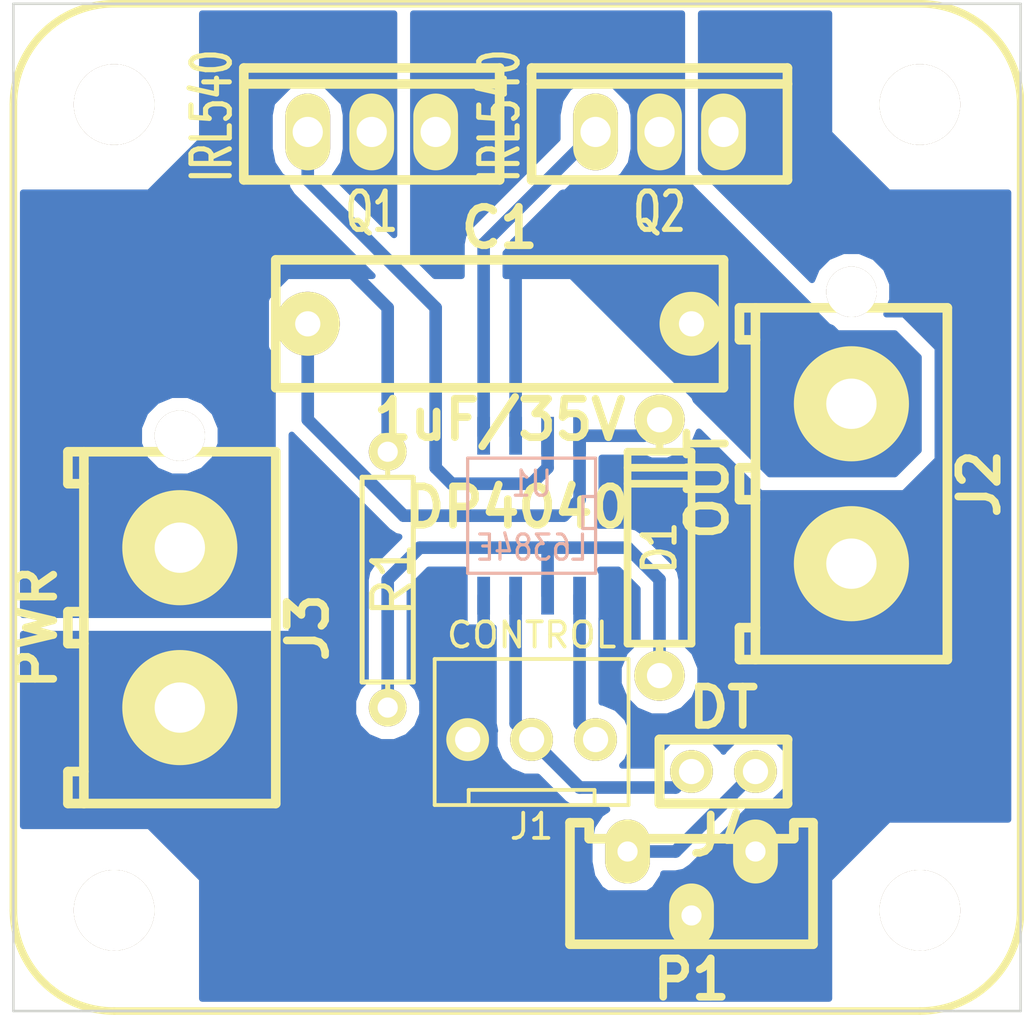
<source format=kicad_pcb>
(kicad_pcb (version 3) (host pcbnew "(2013-07-07 BZR 4022)-stable")

  (general
    (links 22)
    (no_connects 0)
    (area 174.596179 79.596179 215.403821 120.403821)
    (thickness 1.6)
    (drawings 4)
    (tracks 68)
    (zones 0)
    (modules 12)
    (nets 11)
  )

  (page A4)
  (layers
    (15 F.Cu signal)
    (0 B.Cu signal)
    (16 B.Adhes user)
    (17 F.Adhes user)
    (18 B.Paste user)
    (19 F.Paste user)
    (20 B.SilkS user)
    (21 F.SilkS user)
    (22 B.Mask user)
    (23 F.Mask user)
    (24 Dwgs.User user)
    (25 Cmts.User user)
    (26 Eco1.User user)
    (27 Eco2.User user)
    (28 Edge.Cuts user)
  )

  (setup
    (last_trace_width 0.5)
    (user_trace_width 0.5)
    (user_trace_width 0.508)
    (user_trace_width 1)
    (user_trace_width 1.5)
    (user_trace_width 2)
    (user_trace_width 3)
    (user_trace_width 4)
    (user_trace_width 5)
    (trace_clearance 0.254)
    (zone_clearance 0.5)
    (zone_45_only no)
    (trace_min 0.254)
    (segment_width 0.2)
    (edge_width 0.1)
    (via_size 0.889)
    (via_drill 0.635)
    (via_min_size 0.889)
    (via_min_drill 0.508)
    (user_via 1.7 0.8)
    (uvia_size 0.508)
    (uvia_drill 0.127)
    (uvias_allowed no)
    (uvia_min_size 0.508)
    (uvia_min_drill 0.127)
    (pcb_text_width 0.3)
    (pcb_text_size 1.5 1.5)
    (mod_edge_width 0.15)
    (mod_text_size 1 1)
    (mod_text_width 0.15)
    (pad_size 2.2 2.2)
    (pad_drill 1.2)
    (pad_to_mask_clearance 0)
    (aux_axis_origin 0 0)
    (visible_elements 7FFFFFFF)
    (pcbplotparams
      (layerselection 3178497)
      (usegerberextensions true)
      (excludeedgelayer true)
      (linewidth 0.150000)
      (plotframeref false)
      (viasonmask false)
      (mode 1)
      (useauxorigin false)
      (hpglpennumber 1)
      (hpglpenspeed 20)
      (hpglpendiameter 15)
      (hpglpenoverlay 2)
      (psnegative false)
      (psa4output false)
      (plotreference true)
      (plotvalue true)
      (plotothertext true)
      (plotinvisibletext false)
      (padsonsilk false)
      (subtractmaskfromsilk false)
      (outputformat 1)
      (mirror false)
      (drillshape 1)
      (scaleselection 1)
      (outputdirectory ""))
  )

  (net 0 "")
  (net 1 GND)
  (net 2 N-000001)
  (net 3 N-0000010)
  (net 4 N-000004)
  (net 5 N-000005)
  (net 6 N-000006)
  (net 7 N-000007)
  (net 8 N-000008)
  (net 9 N-000009)
  (net 10 VCC)

  (net_class Default "This is the default net class."
    (clearance 0.254)
    (trace_width 0.254)
    (via_dia 0.889)
    (via_drill 0.635)
    (uvia_dia 0.508)
    (uvia_drill 0.127)
    (add_net "")
    (add_net GND)
    (add_net N-000001)
    (add_net N-0000010)
    (add_net N-000004)
    (add_net N-000005)
    (add_net N-000006)
    (add_net N-000007)
    (add_net N-000008)
    (add_net N-000009)
    (add_net VCC)
  )

  (module TO-220_V (layer F.Cu) (tedit 4AD99B76) (tstamp 54A7C21A)
    (at 189.23 85.09 90)
    (path /54950B33)
    (fp_text reference Q1 (at -3.175 0 180) (layer F.SilkS)
      (effects (font (size 1.524 1.016) (thickness 0.2032)))
    )
    (fp_text value IRL540 (at 0.635 -6.35 90) (layer F.SilkS)
      (effects (font (size 1.524 1.016) (thickness 0.2032)))
    )
    (fp_line (start 1.905 -5.08) (end 2.54 -5.08) (layer F.SilkS) (width 0.381))
    (fp_line (start 2.54 -5.08) (end 2.54 5.08) (layer F.SilkS) (width 0.381))
    (fp_line (start 2.54 5.08) (end 1.905 5.08) (layer F.SilkS) (width 0.381))
    (fp_line (start -1.905 -5.08) (end 1.905 -5.08) (layer F.SilkS) (width 0.381))
    (fp_line (start 1.905 -5.08) (end 1.905 5.08) (layer F.SilkS) (width 0.381))
    (fp_line (start 1.905 5.08) (end -1.905 5.08) (layer F.SilkS) (width 0.381))
    (fp_line (start -1.905 5.08) (end -1.905 -5.08) (layer F.SilkS) (width 0.381))
    (pad 1 thru_hole oval (at 0 -2.54 90) (size 3.048 1.778) (drill 1.19888)
      (layers *.Cu *.Mask F.SilkS)
      (net 6 N-000006)
    )
    (pad 2 thru_hole oval (at 0 0 90) (size 3.048 1.778) (drill 1.19888)
      (layers *.Cu *.Mask F.SilkS)
      (net 10 VCC)
    )
    (pad 3 thru_hole oval (at 0 2.54 90) (size 3.048 1.778) (drill 1.19888)
      (layers *.Cu *.Mask F.SilkS)
      (net 3 N-0000010)
    )
    (model discret/to220_vert.wrl
      (at (xyz 0 0 0))
      (scale (xyz 1 1 1))
      (rotate (xyz 0 0 0))
    )
  )

  (module TO-220_V (layer F.Cu) (tedit 4AD99B76) (tstamp 54A7C228)
    (at 200.66 85.09 90)
    (path /54A6546B)
    (fp_text reference Q2 (at -3.175 0 180) (layer F.SilkS)
      (effects (font (size 1.524 1.016) (thickness 0.2032)))
    )
    (fp_text value IRL540 (at 0.635 -6.35 90) (layer F.SilkS)
      (effects (font (size 1.524 1.016) (thickness 0.2032)))
    )
    (fp_line (start 1.905 -5.08) (end 2.54 -5.08) (layer F.SilkS) (width 0.381))
    (fp_line (start 2.54 -5.08) (end 2.54 5.08) (layer F.SilkS) (width 0.381))
    (fp_line (start 2.54 5.08) (end 1.905 5.08) (layer F.SilkS) (width 0.381))
    (fp_line (start -1.905 -5.08) (end 1.905 -5.08) (layer F.SilkS) (width 0.381))
    (fp_line (start 1.905 -5.08) (end 1.905 5.08) (layer F.SilkS) (width 0.381))
    (fp_line (start 1.905 5.08) (end -1.905 5.08) (layer F.SilkS) (width 0.381))
    (fp_line (start -1.905 5.08) (end -1.905 -5.08) (layer F.SilkS) (width 0.381))
    (pad 1 thru_hole oval (at 0 -2.54 90) (size 3.048 1.778) (drill 1.19888)
      (layers *.Cu *.Mask F.SilkS)
      (net 7 N-000007)
    )
    (pad 2 thru_hole oval (at 0 0 90) (size 3.048 1.778) (drill 1.19888)
      (layers *.Cu *.Mask F.SilkS)
      (net 3 N-0000010)
    )
    (pad 3 thru_hole oval (at 0 2.54 90) (size 3.048 1.778) (drill 1.19888)
      (layers *.Cu *.Mask F.SilkS)
      (net 1 GND)
    )
    (model discret/to220_vert.wrl
      (at (xyz 0 0 0))
      (scale (xyz 1 1 1))
      (rotate (xyz 0 0 0))
    )
  )

  (module SOIC-8 (layer B.Cu) (tedit 515B44DE) (tstamp 54A7C23B)
    (at 195.58 100.33 180)
    (descr "Module CMS SOJ 8 pins large")
    (tags "CMS SOJ")
    (path /54A65454)
    (attr smd)
    (fp_text reference U1 (at 0 1.27 180) (layer B.SilkS)
      (effects (font (size 1.00076 0.8001) (thickness 0.127)) (justify mirror))
    )
    (fp_text value L6384E (at 0 -1.27 180) (layer B.SilkS)
      (effects (font (size 1.00076 0.8001) (thickness 0.127)) (justify mirror))
    )
    (fp_line (start -2.54 2.286) (end 2.54 2.286) (layer B.SilkS) (width 0.127))
    (fp_line (start 2.54 2.286) (end 2.54 -2.286) (layer B.SilkS) (width 0.127))
    (fp_line (start 2.54 -2.286) (end -2.54 -2.286) (layer B.SilkS) (width 0.127))
    (fp_line (start -2.54 -2.286) (end -2.54 2.286) (layer B.SilkS) (width 0.127))
    (fp_line (start -2.54 0.762) (end -2.032 0.762) (layer B.SilkS) (width 0.127))
    (fp_line (start -2.032 0.762) (end -2.032 -0.508) (layer B.SilkS) (width 0.127))
    (fp_line (start -2.032 -0.508) (end -2.54 -0.508) (layer B.SilkS) (width 0.127))
    (pad 8 smd rect (at -1.905 3.175 180) (size 0.508 1.50114)
      (layers B.Cu B.Paste B.Mask)
      (net 8 N-000008)
    )
    (pad 7 smd rect (at -0.635 3.175 180) (size 0.508 1.50114)
      (layers B.Cu B.Paste B.Mask)
      (net 6 N-000006)
    )
    (pad 6 smd rect (at 0.635 3.175 180) (size 0.508 1.50114)
      (layers B.Cu B.Paste B.Mask)
      (net 3 N-0000010)
    )
    (pad 5 smd rect (at 1.905 3.175 180) (size 0.508 1.50114)
      (layers B.Cu B.Paste B.Mask)
      (net 7 N-000007)
    )
    (pad 4 smd rect (at 1.905 -3.175 180) (size 0.508 1.50114)
      (layers B.Cu B.Paste B.Mask)
      (net 1 GND)
    )
    (pad 3 smd rect (at 0.635 -3.175 180) (size 0.508 1.50114)
      (layers B.Cu B.Paste B.Mask)
      (net 4 N-000004)
    )
    (pad 2 smd rect (at -0.635 -3.175 180) (size 0.508 1.50114)
      (layers B.Cu B.Paste B.Mask)
      (net 9 N-000009)
    )
    (pad 1 smd rect (at -1.905 -3.175 180) (size 0.508 1.50114)
      (layers B.Cu B.Paste B.Mask)
      (net 2 N-000001)
    )
    (model smd/cms_so8.wrl
      (at (xyz 0 0 0))
      (scale (xyz 0.5 0.38 0.5))
      (rotate (xyz 0 0 0))
    )
  )

  (module RV_BOU3296Y (layer F.Cu) (tedit 54A7BAE9) (tstamp 54A7C24A)
    (at 201.93 114.935 180)
    (path /54A6596A)
    (fp_text reference P1 (at 0 -3.81 180) (layer F.SilkS)
      (effects (font (size 1.524 1.524) (thickness 0.3048)))
    )
    (fp_text value 100K (at 0 3.81 180) (layer F.SilkS) hide
      (effects (font (size 1.524 1.524) (thickness 0.3048)))
    )
    (fp_line (start -4.064 2.413) (end -4.064 1.778) (layer F.SilkS) (width 0.381))
    (fp_line (start -4.826 -2.413) (end -4.826 2.413) (layer F.SilkS) (width 0.381))
    (fp_line (start -4.826 -2.413) (end 4.826 -2.413) (layer F.SilkS) (width 0.381))
    (fp_line (start 4.826 -2.413) (end 4.826 2.413) (layer F.SilkS) (width 0.381))
    (fp_line (start 4.826 2.413) (end 4.064 2.413) (layer F.SilkS) (width 0.381))
    (fp_line (start 4.064 2.413) (end 4.064 1.778) (layer F.SilkS) (width 0.381))
    (fp_line (start 4.064 1.778) (end -4.064 1.778) (layer F.SilkS) (width 0.381))
    (fp_line (start -4.064 2.413) (end -4.826 2.413) (layer F.SilkS) (width 0.381))
    (pad 2 thru_hole oval (at 0 -1.27 180) (size 1.778 2.54) (drill 0.8001)
      (layers *.Cu *.Mask F.SilkS)
      (net 1 GND)
    )
    (pad 1 thru_hole oval (at -2.54 1.27 180) (size 1.778 2.54) (drill 0.8001)
      (layers *.Cu *.Mask F.SilkS)
      (net 1 GND)
    )
    (pad 3 thru_hole oval (at 2.54 1.27 180) (size 1.778 2.54) (drill 0.8001)
      (layers *.Cu *.Mask F.SilkS)
      (net 5 N-000005)
    )
  )

  (module R4 (layer F.Cu) (tedit 52119F90) (tstamp 54A7C257)
    (at 189.865 102.87 90)
    (descr "Resitance 4 pas")
    (tags R)
    (path /54A6575F)
    (autoplace_cost180 10)
    (fp_text reference R1 (at 0 0.18 90) (layer F.SilkS)
      (effects (font (size 1.5 1.5) (thickness 0.2032)))
    )
    (fp_text value 1K8 (at 0 0 90) (layer F.SilkS) hide
      (effects (font (size 1.397 1.27) (thickness 0.2032)))
    )
    (fp_line (start -5.08 0) (end -4.064 0) (layer F.SilkS) (width 0.2))
    (fp_line (start -4.064 0) (end -4.064 -1.016) (layer F.SilkS) (width 0.2))
    (fp_line (start -4.064 -1.016) (end 4.064 -1.016) (layer F.SilkS) (width 0.2))
    (fp_line (start 4.064 -1.016) (end 4.064 1.016) (layer F.SilkS) (width 0.2))
    (fp_line (start 4.064 1.016) (end -4.064 1.016) (layer F.SilkS) (width 0.2))
    (fp_line (start -4.064 1.016) (end -4.064 0) (layer F.SilkS) (width 0.2))
    (fp_line (start 5.08 0) (end 4.064 0) (layer F.SilkS) (width 0.2))
    (pad 1 thru_hole circle (at -5.08 0 90) (size 1.5 1.5) (drill 0.8001)
      (layers *.Cu *.Mask F.SilkS)
      (net 9 N-000009)
    )
    (pad 2 thru_hole circle (at 5.08 0 90) (size 1.5 1.5) (drill 0.8001)
      (layers *.Cu *.Mask F.SilkS)
      (net 10 VCC)
    )
    (model discret/resistor.wrl
      (at (xyz 0 0 0))
      (scale (xyz 0.4 0.4 0.4))
      (rotate (xyz 0 0 0))
    )
  )

  (module MOLEX_36538_2 (layer F.Cu) (tedit 4ACC962B) (tstamp 54A7C26B)
    (at 208.28 99.06 270)
    (path /54A65BF6)
    (fp_text reference J2 (at 0 -5.08 270) (layer F.SilkS)
      (effects (font (size 1.524 1.524) (thickness 0.3048)))
    )
    (fp_text value OUT (at 0 5.715 270) (layer F.SilkS)
      (effects (font (size 1.524 1.524) (thickness 0.3048)))
    )
    (fp_line (start 6.985 4.445) (end 5.715 4.445) (layer F.SilkS) (width 0.381))
    (fp_line (start 5.715 4.445) (end 5.715 3.81) (layer F.SilkS) (width 0.381))
    (fp_line (start -6.985 4.445) (end -5.715 4.445) (layer F.SilkS) (width 0.381))
    (fp_line (start -5.715 4.445) (end -5.715 3.81) (layer F.SilkS) (width 0.381))
    (fp_line (start -0.635 3.81) (end -0.635 4.445) (layer F.SilkS) (width 0.381))
    (fp_line (start -0.635 4.445) (end 0.635 4.445) (layer F.SilkS) (width 0.381))
    (fp_line (start 0.635 4.445) (end 0.635 3.81) (layer F.SilkS) (width 0.381))
    (fp_line (start -6.985 3.81) (end -6.985 4.445) (layer F.SilkS) (width 0.381))
    (fp_line (start 6.985 3.81) (end 6.985 4.445) (layer F.SilkS) (width 0.381))
    (fp_line (start 6.985 3.81) (end 6.985 -3.81) (layer F.SilkS) (width 0.381))
    (fp_line (start 6.985 -3.81) (end -6.985 -3.81) (layer F.SilkS) (width 0.381))
    (fp_line (start -6.985 -3.81) (end -6.985 3.81) (layer F.SilkS) (width 0.381))
    (fp_line (start -6.985 3.81) (end 6.985 3.81) (layer F.SilkS) (width 0.381))
    (pad 1 thru_hole circle (at -3.175 0 270) (size 4.572 4.572) (drill 1.99898)
      (layers *.Cu *.Mask F.SilkS)
      (net 3 N-0000010)
    )
    (pad 2 thru_hole circle (at 3.175 0 270) (size 4.572 4.572) (drill 1.99898)
      (layers *.Cu *.Mask F.SilkS)
      (net 1 GND)
    )
    (pad "" thru_hole circle (at -7.62 0 270) (size 1.99898 1.99898) (drill 1.99898)
      (layers *.Cu *.Mask F.SilkS)
    )
  )

  (module MOLEX_36538_2 (layer F.Cu) (tedit 4ACC962B) (tstamp 54A7C27F)
    (at 181.61 104.775 270)
    (path /54A65C05)
    (fp_text reference J3 (at 0 -5.08 270) (layer F.SilkS)
      (effects (font (size 1.524 1.524) (thickness 0.3048)))
    )
    (fp_text value PWR (at 0 5.715 270) (layer F.SilkS)
      (effects (font (size 1.524 1.524) (thickness 0.3048)))
    )
    (fp_line (start 6.985 4.445) (end 5.715 4.445) (layer F.SilkS) (width 0.381))
    (fp_line (start 5.715 4.445) (end 5.715 3.81) (layer F.SilkS) (width 0.381))
    (fp_line (start -6.985 4.445) (end -5.715 4.445) (layer F.SilkS) (width 0.381))
    (fp_line (start -5.715 4.445) (end -5.715 3.81) (layer F.SilkS) (width 0.381))
    (fp_line (start -0.635 3.81) (end -0.635 4.445) (layer F.SilkS) (width 0.381))
    (fp_line (start -0.635 4.445) (end 0.635 4.445) (layer F.SilkS) (width 0.381))
    (fp_line (start 0.635 4.445) (end 0.635 3.81) (layer F.SilkS) (width 0.381))
    (fp_line (start -6.985 3.81) (end -6.985 4.445) (layer F.SilkS) (width 0.381))
    (fp_line (start 6.985 3.81) (end 6.985 4.445) (layer F.SilkS) (width 0.381))
    (fp_line (start 6.985 3.81) (end 6.985 -3.81) (layer F.SilkS) (width 0.381))
    (fp_line (start 6.985 -3.81) (end -6.985 -3.81) (layer F.SilkS) (width 0.381))
    (fp_line (start -6.985 -3.81) (end -6.985 3.81) (layer F.SilkS) (width 0.381))
    (fp_line (start -6.985 3.81) (end 6.985 3.81) (layer F.SilkS) (width 0.381))
    (pad 1 thru_hole circle (at -3.175 0 270) (size 4.572 4.572) (drill 1.99898)
      (layers *.Cu *.Mask F.SilkS)
      (net 10 VCC)
    )
    (pad 2 thru_hole circle (at 3.175 0 270) (size 4.572 4.572) (drill 1.99898)
      (layers *.Cu *.Mask F.SilkS)
      (net 1 GND)
    )
    (pad "" thru_hole circle (at -7.62 0 270) (size 1.99898 1.99898) (drill 1.99898)
      (layers *.Cu *.Mask F.SilkS)
    )
  )

  (module HDR-2 (layer F.Cu) (tedit 51CBC256) (tstamp 54A7C289)
    (at 203.2 110.49 180)
    (path /54A7B78D)
    (fp_text reference J4 (at 0 -2.54 180) (layer F.SilkS)
      (effects (font (size 1.524 1.524) (thickness 0.3048)))
    )
    (fp_text value DT (at 0 2.54 180) (layer F.SilkS)
      (effects (font (size 1.524 1.524) (thickness 0.3048)))
    )
    (fp_line (start -2.54 1.27) (end 2.54 1.27) (layer F.SilkS) (width 0.39878))
    (fp_line (start -2.54 -1.27) (end 2.54 -1.27) (layer F.SilkS) (width 0.39878))
    (fp_line (start 2.54 -1.27) (end 2.54 1.27) (layer F.SilkS) (width 0.39878))
    (fp_line (start -2.54 -1.27) (end -2.54 1.27) (layer F.SilkS) (width 0.381))
    (pad 1 thru_hole circle (at -1.27 0 180) (size 1.69926 1.69926) (drill 1.00076)
      (layers *.Cu *.Mask F.SilkS)
      (net 5 N-000005)
    )
    (pad 2 thru_hole circle (at 1.27 0 180) (size 1.69926 1.69926) (drill 1.00076)
      (layers *.Cu *.Mask F.SilkS)
      (net 4 N-000004)
    )
  )

  (module D4 (layer F.Cu) (tedit 525A9480) (tstamp 54A7C297)
    (at 200.66 101.6 90)
    (descr "Diode 4 pas")
    (tags "DIODE DEV")
    (path /54A6569D)
    (fp_text reference D1 (at 0 0 90) (layer F.SilkS)
      (effects (font (size 1.27 1.016) (thickness 0.2032)))
    )
    (fp_text value 1N5819 (at 0 0 90) (layer F.SilkS) hide
      (effects (font (size 1.27 1.016) (thickness 0.2032)))
    )
    (fp_line (start -3.81 -1.27) (end 3.81 -1.27) (layer F.SilkS) (width 0.3048))
    (fp_line (start 3.81 -1.27) (end 3.81 1.27) (layer F.SilkS) (width 0.3048))
    (fp_line (start 3.81 1.27) (end -3.81 1.27) (layer F.SilkS) (width 0.3048))
    (fp_line (start -3.81 1.27) (end -3.81 -1.27) (layer F.SilkS) (width 0.3048))
    (fp_line (start 3.175 -1.27) (end 3.175 1.27) (layer F.SilkS) (width 0.3048))
    (fp_line (start 2.54 1.27) (end 2.54 -1.27) (layer F.SilkS) (width 0.3048))
    (fp_line (start -3.81 0) (end -5.08 0) (layer F.SilkS) (width 0.3048))
    (fp_line (start 3.81 0) (end 5.08 0) (layer F.SilkS) (width 0.3048))
    (pad 1 thru_hole circle (at -5.08 0 90) (size 2 2) (drill 1)
      (layers *.Cu *.Mask F.SilkS)
      (net 9 N-000009)
    )
    (pad 2 thru_hole circle (at 5.08 0 90) (size 2 2) (drill 1)
      (layers *.Cu *.Mask F.SilkS)
      (net 8 N-000008)
    )
    (model discret/diode.wrl
      (at (xyz 0 0 0))
      (scale (xyz 0.4 0.4 0.4))
      (rotate (xyz 0 0 0))
    )
  )

  (module CONN_NCW254-03S (layer F.Cu) (tedit 525A1FCA) (tstamp 54A7C2A5)
    (at 195.58 109.22 180)
    (path /54A65C14)
    (fp_text reference J1 (at 0 -3.45 180) (layer F.SilkS)
      (effects (font (size 1 1) (thickness 0.15)))
    )
    (fp_text value CONTROL (at 0 4.15 180) (layer F.SilkS)
      (effects (font (size 1 1) (thickness 0.15)))
    )
    (fp_line (start 2.5 -2) (end -2.5 -2) (layer F.SilkS) (width 0.15))
    (fp_line (start 2.5 -2.6) (end 2.5 -2) (layer F.SilkS) (width 0.15))
    (fp_line (start -2.5 -2.6) (end -2.5 -2) (layer F.SilkS) (width 0.15))
    (fp_line (start 3.85 -2.6) (end 3.85 3.2) (layer F.SilkS) (width 0.15))
    (fp_line (start -3.85 -2.6) (end 3.85 -2.6) (layer F.SilkS) (width 0.15))
    (fp_line (start -3.85 3.2) (end -3.85 -2.6) (layer F.SilkS) (width 0.15))
    (fp_line (start -3.85 3.2) (end 3.85 3.2) (layer F.SilkS) (width 0.15))
    (pad 2 thru_hole circle (at 0 0 180) (size 1.7 1.7) (drill 1)
      (layers *.Cu *.Mask F.SilkS)
      (net 4 N-000004)
    )
    (pad 3 thru_hole circle (at 2.54 0 180) (size 1.7 1.7) (drill 1)
      (layers *.Cu *.Mask F.SilkS)
      (net 1 GND)
    )
    (pad 1 thru_hole circle (at -2.54 0 180) (size 1.7 1.7) (drill 1)
      (layers *.Cu *.Mask F.SilkS)
      (net 2 N-000001)
    )
  )

  (module C6_7x2 (layer F.Cu) (tedit 4AD8C035) (tstamp 54A7C994)
    (at 194.31 92.71)
    (path /54A655E1)
    (fp_text reference C1 (at 0 -3.81) (layer F.SilkS)
      (effects (font (size 1.524 1.524) (thickness 0.3048)))
    )
    (fp_text value 1uF/35V (at 0 3.81) (layer F.SilkS)
      (effects (font (size 1.524 1.524) (thickness 0.3048)))
    )
    (fp_line (start 8.89 -2.54) (end -8.89 -2.54) (layer F.SilkS) (width 0.381))
    (fp_line (start -8.89 -2.54) (end -8.89 2.54) (layer F.SilkS) (width 0.381))
    (fp_line (start -8.89 2.54) (end 8.89 2.54) (layer F.SilkS) (width 0.381))
    (fp_line (start 8.89 2.54) (end 8.89 -2.54) (layer F.SilkS) (width 0.381))
    (pad 1 thru_hole circle (at -7.62 0) (size 2.54 2.54) (drill 1.00076)
      (layers *.Cu *.Mask F.SilkS)
      (net 8 N-000008)
    )
    (pad 2 thru_hole circle (at 7.62 0) (size 2.54 2.54) (drill 1.00076)
      (layers *.Cu *.Mask F.SilkS)
      (net 3 N-0000010)
    )
  )

  (module DP4040 (layer F.Cu) (tedit 5192A6A1) (tstamp 54A9302F)
    (at 195 100)
    (fp_text reference DP4040 (at 0 0) (layer F.SilkS)
      (effects (font (size 1.524 1.524) (thickness 0.3048)))
    )
    (fp_text value " " (at 0 0) (layer F.SilkS) hide
      (effects (font (size 1.524 1.524) (thickness 0.3048)))
    )
    (fp_line (start -19.99996 15.99946) (end -19.99996 -15.99946) (layer F.SilkS) (width 0.29972))
    (fp_line (start 15.99946 19.99996) (end -15.99946 19.99996) (layer F.SilkS) (width 0.29972))
    (fp_line (start 19.99996 -15.99946) (end 19.99996 15.99946) (layer F.SilkS) (width 0.29972))
    (fp_line (start -15.99946 -19.99996) (end 15.99946 -19.99996) (layer F.SilkS) (width 0.29972))
    (fp_arc (start -15.99946 15.99946) (end -15.99946 19.99996) (angle 90) (layer F.SilkS) (width 0.29972))
    (fp_arc (start 15.99946 15.99946) (end 19.99996 15.99946) (angle 90) (layer F.SilkS) (width 0.29972))
    (fp_arc (start 15.99946 -15.99946) (end 15.99946 -19.99996) (angle 90) (layer F.SilkS) (width 0.29972))
    (fp_arc (start -15.99946 -15.99946) (end -19.99996 -15.99946) (angle 90) (layer F.SilkS) (width 0.29972))
    (pad "" thru_hole circle (at 15.99946 -15.99946) (size 3.2004 3.2004) (drill 3.2004)
      (layers *.Cu *.Mask F.SilkS)
      (clearance 1.39954)
    )
    (pad "" thru_hole circle (at 15.99946 15.99946) (size 3.2004 3.2004) (drill 3.2004)
      (layers *.Cu *.Mask F.SilkS)
      (clearance 1.39954)
    )
    (pad "" thru_hole circle (at -15.99946 15.99946) (size 3.2004 3.2004) (drill 3.2004)
      (layers *.Cu *.Mask F.SilkS)
      (clearance 1.39954)
    )
    (pad "" thru_hole circle (at -15.99946 -15.99946) (size 3.2004 3.2004) (drill 3.2004)
      (layers *.Cu *.Mask F.SilkS)
      (clearance 1.39954)
    )
  )

  (gr_line (start 175 120) (end 175 80) (angle 90) (layer Edge.Cuts) (width 0.1))
  (gr_line (start 215 120) (end 175 120) (angle 90) (layer Edge.Cuts) (width 0.1))
  (gr_line (start 215 80) (end 215 120) (angle 90) (layer Edge.Cuts) (width 0.1))
  (gr_line (start 175 80) (end 215 80) (angle 90) (layer Edge.Cuts) (width 0.1))

  (segment (start 208.28 102.235) (end 212.725 102.235) (width 2) (layer B.Cu) (net 1))
  (segment (start 193.04 109.22) (end 193.04 116.205) (width 0.5) (layer B.Cu) (net 1))
  (segment (start 201.93 116.205) (end 193.04 116.205) (width 2) (layer B.Cu) (net 1))
  (segment (start 193.04 116.205) (end 191.77 116.205) (width 2) (layer B.Cu) (net 1) (tstamp 54A93074))
  (segment (start 191.77 116.205) (end 183.515 107.95) (width 2) (layer B.Cu) (net 1) (tstamp 54A9306E))
  (segment (start 204.47 113.665) (end 201.93 116.205) (width 2) (layer B.Cu) (net 1))
  (segment (start 203.2 85.09) (end 205.74 85.09) (width 2) (layer B.Cu) (net 1))
  (segment (start 212.725 105.41) (end 204.47 113.665) (width 2) (layer B.Cu) (net 1) (tstamp 54A93068))
  (segment (start 212.725 92.075) (end 212.725 102.235) (width 2) (layer B.Cu) (net 1) (tstamp 54A93067))
  (segment (start 212.725 102.235) (end 212.725 105.41) (width 2) (layer B.Cu) (net 1) (tstamp 54A93080))
  (segment (start 205.74 85.09) (end 212.725 92.075) (width 2) (layer B.Cu) (net 1) (tstamp 54A93066))
  (segment (start 193.675 103.505) (end 193.675 108.585) (width 0.5) (layer B.Cu) (net 1))
  (segment (start 193.675 108.585) (end 193.04 109.22) (width 0.5) (layer B.Cu) (net 1) (tstamp 54A7D0B3))
  (segment (start 197.485 103.505) (end 197.485 108.585) (width 0.5) (layer B.Cu) (net 2))
  (segment (start 197.485 108.585) (end 198.12 109.22) (width 0.5) (layer B.Cu) (net 2) (tstamp 54A7D01D))
  (segment (start 208.28 95.885) (end 205.105 95.885) (width 2) (layer B.Cu) (net 3))
  (segment (start 205.105 95.885) (end 201.93 92.71) (width 2) (layer B.Cu) (net 3))
  (segment (start 194.945 97.155) (end 194.945 89.535) (width 0.5) (layer B.Cu) (net 3))
  (segment (start 196.85 87.63) (end 200.66 87.63) (width 0.5) (layer B.Cu) (net 3) (tstamp 54A852D0))
  (segment (start 194.945 89.535) (end 196.85 87.63) (width 0.5) (layer B.Cu) (net 3) (tstamp 54A852CD))
  (segment (start 200.66 85.09) (end 200.66 83.82) (width 2) (layer B.Cu) (net 3))
  (segment (start 200.66 83.82) (end 198.755 81.915) (width 2) (layer B.Cu) (net 3) (tstamp 54A852A2))
  (segment (start 198.755 81.915) (end 194.945 81.915) (width 2) (layer B.Cu) (net 3) (tstamp 54A852A4))
  (segment (start 194.945 81.915) (end 191.77 85.09) (width 2) (layer B.Cu) (net 3) (tstamp 54A852A7))
  (segment (start 200.66 85.09) (end 200.66 87.63) (width 2) (layer B.Cu) (net 3))
  (segment (start 200.66 87.63) (end 200.66 89.535) (width 2) (layer B.Cu) (net 3) (tstamp 54A852D4))
  (segment (start 200.66 91.44) (end 201.93 92.71) (width 2) (layer B.Cu) (net 3) (tstamp 54A7D1FD))
  (segment (start 200.66 89.535) (end 200.66 91.44) (width 2) (layer B.Cu) (net 3) (tstamp 54A7D20D))
  (segment (start 201.93 110.49) (end 201.295 111.125) (width 0.5) (layer B.Cu) (net 4))
  (segment (start 197.485 111.125) (end 195.58 109.22) (width 0.5) (layer B.Cu) (net 4) (tstamp 54A85234))
  (segment (start 201.295 111.125) (end 197.485 111.125) (width 0.5) (layer B.Cu) (net 4) (tstamp 54A85231))
  (segment (start 194.945 103.505) (end 194.945 108.585) (width 0.5) (layer B.Cu) (net 4))
  (segment (start 194.945 108.585) (end 195.58 109.22) (width 0.5) (layer B.Cu) (net 4) (tstamp 54A7D01A))
  (segment (start 199.39 113.665) (end 201.295 113.665) (width 0.5) (layer B.Cu) (net 5))
  (segment (start 201.295 113.665) (end 204.47 110.49) (width 0.5) (layer B.Cu) (net 5) (tstamp 54A93062))
  (segment (start 196.215 97.155) (end 196.215 98.425) (width 0.5) (layer B.Cu) (net 6))
  (segment (start 186.69 86.995) (end 186.69 85.09) (width 0.5) (layer B.Cu) (net 6) (tstamp 54A853B1))
  (segment (start 191.77 92.075) (end 186.69 86.995) (width 0.5) (layer B.Cu) (net 6) (tstamp 54A853AB))
  (segment (start 191.77 98.425) (end 191.77 92.075) (width 0.5) (layer B.Cu) (net 6) (tstamp 54A853A6))
  (segment (start 192.405 99.06) (end 191.77 98.425) (width 0.5) (layer B.Cu) (net 6) (tstamp 54A853A4))
  (segment (start 195.58 99.06) (end 192.405 99.06) (width 0.5) (layer B.Cu) (net 6) (tstamp 54A853A2))
  (segment (start 196.215 98.425) (end 195.58 99.06) (width 0.5) (layer B.Cu) (net 6) (tstamp 54A8539A))
  (segment (start 193.675 97.155) (end 193.675 89.535) (width 0.5) (layer B.Cu) (net 7))
  (segment (start 193.675 89.535) (end 198.12 85.09) (width 0.5) (layer B.Cu) (net 7) (tstamp 54A852C3))
  (segment (start 197.485 97.155) (end 200.025 97.155) (width 0.5) (layer B.Cu) (net 8))
  (segment (start 200.025 97.155) (end 200.66 96.52) (width 0.5) (layer B.Cu) (net 8) (tstamp 54A86051))
  (segment (start 186.69 92.71) (end 186.69 96.52) (width 0.5) (layer B.Cu) (net 8))
  (segment (start 197.485 99.695) (end 197.485 97.155) (width 0.5) (layer B.Cu) (net 8) (tstamp 54A85276))
  (segment (start 196.85 100.33) (end 197.485 99.695) (width 0.5) (layer B.Cu) (net 8) (tstamp 54A85275))
  (segment (start 190.5 100.33) (end 196.85 100.33) (width 0.5) (layer B.Cu) (net 8) (tstamp 54A85273))
  (segment (start 186.69 96.52) (end 190.5 100.33) (width 0.5) (layer B.Cu) (net 8) (tstamp 54A8526D))
  (segment (start 200.66 106.68) (end 200.66 102.87) (width 0.5) (layer B.Cu) (net 9))
  (segment (start 200.66 102.87) (end 199.39 101.6) (width 0.5) (layer B.Cu) (net 9) (tstamp 54A86056))
  (segment (start 189.865 107.95) (end 189.865 102.87) (width 0.5) (layer B.Cu) (net 9))
  (segment (start 189.865 102.87) (end 191.135 101.6) (width 0.5) (layer B.Cu) (net 9) (tstamp 54A853CA))
  (segment (start 196.215 103.505) (end 196.215 101.6) (width 0.5) (layer B.Cu) (net 9))
  (segment (start 199.39 101.6) (end 196.215 101.6) (width 0.5) (layer B.Cu) (net 9) (tstamp 54A8605B))
  (segment (start 196.215 101.6) (end 191.135 101.6) (width 0.5) (layer B.Cu) (net 9) (tstamp 54A85379))
  (segment (start 184.15 90.17) (end 187.96 90.17) (width 0.5) (layer B.Cu) (net 10))
  (segment (start 189.865 92.075) (end 187.96 90.17) (width 0.5) (layer B.Cu) (net 10) (tstamp 54A86317))
  (segment (start 189.865 92.075) (end 189.865 97.79) (width 0.5) (layer B.Cu) (net 10))
  (segment (start 181.61 101.6) (end 184.15 99.06) (width 2) (layer B.Cu) (net 10))
  (segment (start 184.15 99.06) (end 184.15 90.17) (width 2) (layer B.Cu) (net 10) (tstamp 54A93099))
  (segment (start 184.15 90.17) (end 184.15 83.82) (width 2) (layer B.Cu) (net 10) (tstamp 54A930A1))
  (segment (start 186.055 81.915) (end 184.15 83.82) (width 2) (layer B.Cu) (net 10))
  (segment (start 189.23 83.82) (end 189.23 85.09) (width 2) (layer B.Cu) (net 10) (tstamp 54A85350))
  (segment (start 187.325 81.915) (end 189.23 83.82) (width 2) (layer B.Cu) (net 10) (tstamp 54A8534E))
  (segment (start 186.055 81.915) (end 187.325 81.915) (width 2) (layer B.Cu) (net 10) (tstamp 54A85349))

  (zone (net 10) (net_name VCC) (layer B.Cu) (tstamp 54A930AA) (hatch edge 0.508)
    (connect_pads yes (clearance 0.5))
    (min_thickness 0.254)
    (fill (arc_segments 16) (thermal_gap 0.508) (thermal_bridge_width 0.508))
    (polygon
      (pts
        (xy 190.246 90.932) (xy 185.928 90.932) (xy 185.42 91.44) (xy 185.42 104.394) (xy 175.26 104.394)
        (xy 175.26 87.376) (xy 180.34 87.376) (xy 182.372 85.344) (xy 182.372 80.264) (xy 190.246 80.264)
      )
    )
    (filled_polygon
      (pts
        (xy 190.119 89.183734) (xy 187.766943 86.831677) (xy 188.090601 86.347288) (xy 188.206 85.76714) (xy 188.206 84.41286)
        (xy 188.090601 83.832712) (xy 187.761974 83.340886) (xy 187.270148 83.012259) (xy 186.69 82.89686) (xy 186.109852 83.012259)
        (xy 185.618026 83.340886) (xy 185.289399 83.832712) (xy 185.174 84.41286) (xy 185.174 85.76714) (xy 185.289399 86.347288)
        (xy 185.618026 86.839114) (xy 185.813 86.969391) (xy 185.813 86.995) (xy 185.879758 87.330613) (xy 186.069867 87.615133)
        (xy 189.259734 90.805) (xy 185.875395 90.805) (xy 185.293 91.387395) (xy 185.293 91.424139) (xy 185.08274 91.634033)
        (xy 184.79333 92.331008) (xy 184.792672 93.085681) (xy 185.080864 93.78316) (xy 185.293 93.995666) (xy 185.293 104.267)
        (xy 183.236771 104.267) (xy 183.236771 96.832891) (xy 182.989674 96.234872) (xy 182.532535 95.776934) (xy 181.934948 95.528794)
        (xy 181.287891 95.528229) (xy 180.689872 95.775326) (xy 180.231934 96.232465) (xy 179.983794 96.830052) (xy 179.983229 97.477109)
        (xy 180.230326 98.075128) (xy 180.687465 98.533066) (xy 181.285052 98.781206) (xy 181.932109 98.781771) (xy 182.530128 98.534674)
        (xy 182.988066 98.077535) (xy 183.236206 97.479948) (xy 183.236771 96.832891) (xy 183.236771 104.267) (xy 175.387 104.267)
        (xy 175.387 87.503) (xy 180.392605 87.503) (xy 182.499 85.396605) (xy 182.499 80.391) (xy 190.119 80.391)
        (xy 190.119 89.183734)
      )
    )
  )
  (zone (net 3) (net_name N-0000010) (layer B.Cu) (tstamp 54A930B4) (hatch edge 0.508)
    (connect_pads yes (clearance 0.5))
    (min_thickness 0.254)
    (fill (arc_segments 16) (thermal_gap 0.508) (thermal_bridge_width 0.508))
    (polygon
      (pts
        (xy 211.074 97.79) (xy 210.058 98.806) (xy 204.978 98.806) (xy 197.104 90.932) (xy 190.754 90.932)
        (xy 190.754 80.264) (xy 201.676 80.264) (xy 201.676 86.868) (xy 207.772 92.964) (xy 210.058 92.964)
        (xy 211.074 93.98)
      )
    )
    (filled_polygon
      (pts
        (xy 210.947 97.737395) (xy 210.005395 98.679) (xy 205.030605 98.679) (xy 202.102717 95.751112) (xy 202.040107 95.599583)
        (xy 201.582824 95.141501) (xy 201.429398 95.077793) (xy 197.156605 90.805) (xy 194.552 90.805) (xy 194.552 89.898265)
        (xy 197.385595 87.06467) (xy 197.539852 87.167741) (xy 198.12 87.28314) (xy 198.700148 87.167741) (xy 199.191974 86.839114)
        (xy 199.520601 86.347288) (xy 199.636 85.76714) (xy 199.636 84.41286) (xy 199.520601 83.832712) (xy 199.191974 83.340886)
        (xy 198.700148 83.012259) (xy 198.12 82.89686) (xy 197.539852 83.012259) (xy 197.048026 83.340886) (xy 196.719399 83.832712)
        (xy 196.604 84.41286) (xy 196.604 85.365734) (xy 193.054867 88.914867) (xy 192.864758 89.199387) (xy 192.798 89.535)
        (xy 192.798 90.805) (xy 191.740265 90.805) (xy 190.881 89.945734) (xy 190.881 80.391) (xy 201.549 80.391)
        (xy 201.549 86.920605) (xy 206.838223 92.209828) (xy 206.900326 92.360128) (xy 207.357465 92.818066) (xy 207.509656 92.881261)
        (xy 207.719395 93.091) (xy 210.005395 93.091) (xy 210.947 94.032605) (xy 210.947 97.737395)
      )
    )
  )
  (zone (net 1) (net_name GND) (layer B.Cu) (tstamp 54A930B5) (hatch edge 0.508)
    (connect_pads yes (clearance 0.5))
    (min_thickness 0.254)
    (fill (arc_segments 16) (thermal_gap 0.508) (thermal_bridge_width 0.508))
    (polygon
      (pts
        (xy 214.63 112.522) (xy 209.804 112.522) (xy 207.518 114.808) (xy 207.518 119.634) (xy 182.372 119.634)
        (xy 182.372 114.808) (xy 180.34 112.776) (xy 175.26 112.776) (xy 175.26 104.902) (xy 185.928 104.902)
        (xy 185.928 91.948) (xy 186.436 91.44) (xy 196.85 91.44) (xy 204.724 99.314) (xy 210.312 99.314)
        (xy 211.582 98.044) (xy 211.582 93.726) (xy 210.312 92.456) (xy 208.026 92.456) (xy 202.184 86.614)
        (xy 202.184 80.264) (xy 207.518 80.264) (xy 207.518 85.09) (xy 209.804 87.376) (xy 214.63 87.376)
      )
    )
    (polygon
      (pts        (xy 198.12 104.648) (xy 198.12 96.012) (xy 193.04 96.012) (xy 193.04 104.648)
      )
    )
    (filled_polygon
      (pts
        (xy 214.503 112.395) (xy 209.751395 112.395) (xy 207.391 114.755395) (xy 207.391 119.507) (xy 198.247 119.507)
        (xy 198.12 119.507) (xy 182.499 119.507) (xy 182.499 114.755395) (xy 180.392605 112.649) (xy 175.387 112.649)
        (xy 175.387 105.029) (xy 186.055 105.029) (xy 186.055 97.117882) (xy 186.069867 97.140133) (xy 189.879864 100.950129)
        (xy 189.879867 100.950133) (xy 190.164386 101.140241) (xy 190.164387 101.140242) (xy 190.322952 101.171782) (xy 189.244867 102.249867)
        (xy 189.054758 102.534387) (xy 188.988 102.87) (xy 188.988 106.879796) (xy 188.698317 107.168974) (xy 188.48824 107.674896)
        (xy 188.487762 108.222701) (xy 188.696956 108.728989) (xy 189.083974 109.116683) (xy 189.589896 109.32676) (xy 190.137701 109.327238)
        (xy 190.643989 109.118044) (xy 191.031683 108.731026) (xy 191.24176 108.225104) (xy 191.242238 107.677299) (xy 191.033044 107.171011)
        (xy 190.742 106.879458) (xy 190.742 103.233265) (xy 191.498265 102.477) (xy 192.913 102.477) (xy 192.913 104.775)
        (xy 194.068 104.775) (xy 194.068 108.585) (xy 194.125134 108.872231) (xy 194.103257 108.924918) (xy 194.102744 109.512505)
        (xy 194.32713 110.05556) (xy 194.742254 110.471409) (xy 195.284918 110.696743) (xy 195.816941 110.697207) (xy 196.864864 111.745129)
        (xy 196.864867 111.745133) (xy 197.149386 111.935241) (xy 197.149387 111.935242) (xy 197.418241 111.98872) (xy 197.484999 112.002)
        (xy 197.484999 112.001999) (xy 197.485 112.002) (xy 198.247 112.002) (xy 198.576732 112.002) (xy 198.318026 112.174862)
        (xy 198.247 112.28116) (xy 197.989399 112.666688) (xy 197.874 113.246836) (xy 197.874 114.083164) (xy 197.989399 114.663312)
        (xy 198.247 115.048839) (xy 198.318026 115.155138) (xy 198.809852 115.483765) (xy 199.39 115.599164) (xy 199.970148 115.483765)
        (xy 200.461974 115.155138) (xy 200.790601 114.663312) (xy 200.814731 114.542) (xy 201.295 114.542) (xy 201.630613 114.475242)
        (xy 201.915133 114.285133) (xy 204.233842 111.966423) (xy 204.762431 111.966885) (xy 205.30535 111.742555) (xy 205.721095 111.327535)
        (xy 205.946372 110.785008) (xy 205.946885 110.197569) (xy 205.722555 109.65465) (xy 205.307535 109.238905) (xy 204.765008 109.013628)
        (xy 204.177569 109.013115) (xy 203.63465 109.237445) (xy 203.218905 109.652465) (xy 203.200232 109.697433) (xy 203.182555 109.65465)
        (xy 202.767535 109.238905) (xy 202.225008 109.013628) (xy 201.637569 109.013115) (xy 201.09465 109.237445) (xy 200.678905 109.652465)
        (xy 200.453628 110.194992) (xy 200.453581 110.248) (xy 199.180822 110.248) (xy 199.371409 110.057746) (xy 199.596743 109.515082)
        (xy 199.597256 108.927495) (xy 199.37287 108.38444) (xy 198.957746 107.968591) (xy 198.415082 107.743257) (xy 198.362 107.74321)
        (xy 198.362 104.390203) (xy 198.36589 104.380835) (xy 198.366108 104.131399) (xy 198.366108 102.630259) (xy 198.302782 102.477)
        (xy 199.026734 102.477) (xy 199.783 103.233265) (xy 199.783 105.281953) (xy 199.739583 105.299893) (xy 199.281501 105.757176)
        (xy 199.033284 106.35495) (xy 199.032719 107.00221) (xy 199.279893 107.600417) (xy 199.737176 108.058499) (xy 200.33495 108.306716)
        (xy 200.98221 108.307281) (xy 201.580417 108.060107) (xy 202.038499 107.602824) (xy 202.286716 107.00505) (xy 202.287281 106.35779)
        (xy 202.040107 105.759583) (xy 201.582824 105.301501) (xy 201.537 105.282473) (xy 201.537 102.87) (xy 201.470242 102.534387)
        (xy 201.470242 102.534386) (xy 201.394094 102.420424) (xy 201.280133 102.249867) (xy 201.280129 102.249864) (xy 200.010133 100.979867)
        (xy 199.725613 100.789758) (xy 199.39 100.723) (xy 198.247 100.723) (xy 198.247 100.102812) (xy 198.247 100.102811)
        (xy 198.295241 100.030614) (xy 198.295242 100.030613) (xy 198.362 99.695) (xy 198.362 98.040203) (xy 198.365406 98.032)
        (xy 200.025 98.032) (xy 200.047773 98.02747) (xy 200.33495 98.146716) (xy 200.98221 98.147281) (xy 201.580417 97.900107)
        (xy 202.038499 97.442824) (xy 202.224728 96.994333) (xy 204.671395 99.441) (xy 210.364605 99.441) (xy 211.709 98.096605)
        (xy 211.709 93.673395) (xy 210.364605 92.329) (xy 209.67199 92.329) (xy 209.906206 91.764948) (xy 209.906771 91.117891)
        (xy 209.659674 90.519872) (xy 209.202535 90.061934) (xy 208.604948 89.813794) (xy 207.957891 89.813229) (xy 207.359872 90.060326)
        (xy 206.901934 90.517465) (xy 206.715662 90.966057) (xy 202.311 86.561395) (xy 202.311 80.391) (xy 207.391 80.391)
        (xy 207.391 85.142605) (xy 209.751395 87.503) (xy 214.503 87.503) (xy 214.503 112.395)
      )
    )
  )
)

</source>
